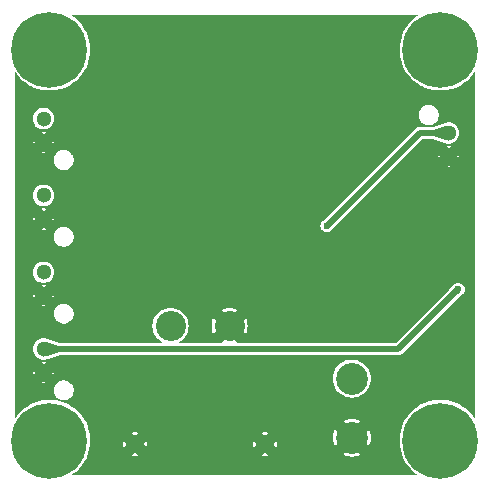
<source format=gbr>
%TF.GenerationSoftware,KiCad,Pcbnew,8.0.2*%
%TF.CreationDate,2024-05-06T11:08:47+09:00*%
%TF.ProjectId,5V-3A-BEC,35562d33-412d-4424-9543-2e6b69636164,0.1*%
%TF.SameCoordinates,Original*%
%TF.FileFunction,Copper,L6,Bot*%
%TF.FilePolarity,Positive*%
%FSLAX46Y46*%
G04 Gerber Fmt 4.6, Leading zero omitted, Abs format (unit mm)*
G04 Created by KiCad (PCBNEW 8.0.2) date 2024-05-06 11:08:47*
%MOMM*%
%LPD*%
G01*
G04 APERTURE LIST*
%TA.AperFunction,ComponentPad*%
%ADD10C,1.300000*%
%TD*%
%TA.AperFunction,ComponentPad*%
%ADD11C,0.800000*%
%TD*%
%TA.AperFunction,ComponentPad*%
%ADD12C,6.400000*%
%TD*%
%TA.AperFunction,ComponentPad*%
%ADD13C,2.550000*%
%TD*%
%TA.AperFunction,ComponentPad*%
%ADD14C,1.500000*%
%TD*%
%TA.AperFunction,ComponentPad*%
%ADD15C,2.700000*%
%TD*%
%TA.AperFunction,ViaPad*%
%ADD16C,0.600000*%
%TD*%
%TA.AperFunction,Conductor*%
%ADD17C,0.500000*%
%TD*%
G04 APERTURE END LIST*
D10*
%TO.P,J1,1,1*%
%TO.N,Net-(IC1-ENA)*%
X134700000Y-113500000D03*
%TO.P,J1,2,2*%
%TO.N,GND*%
X134700000Y-115500000D03*
%TD*%
%TO.P,J6,1,1*%
%TO.N,GND*%
X100400000Y-127300000D03*
%TO.P,J6,2,2*%
%TO.N,+5V*%
X100400000Y-125300000D03*
%TD*%
D11*
%TO.P,H4,1*%
%TO.N,N/C*%
X131600000Y-106450001D03*
X132302944Y-104752945D03*
X132302944Y-108147057D03*
X134000000Y-104050001D03*
D12*
X134000000Y-106450001D03*
D11*
X134000000Y-108850001D03*
X135697056Y-104752945D03*
X135697056Y-108147057D03*
X136400000Y-106450001D03*
%TD*%
D10*
%TO.P,J5,1,1*%
%TO.N,GND*%
X100400000Y-120800000D03*
%TO.P,J5,2,2*%
%TO.N,+5V*%
X100400000Y-118800000D03*
%TD*%
D11*
%TO.P,H1,1*%
%TO.N,N/C*%
X98500000Y-106450001D03*
X99202944Y-104752945D03*
X99202944Y-108147057D03*
X100900000Y-104050001D03*
D12*
X100900000Y-106450001D03*
D11*
X100900000Y-108850001D03*
X102597056Y-104752945D03*
X102597056Y-108147057D03*
X103300000Y-106450001D03*
%TD*%
D10*
%TO.P,J7,1,1*%
%TO.N,GND*%
X100400000Y-133800000D03*
%TO.P,J7,2,2*%
%TO.N,+5V*%
X100400000Y-131800000D03*
%TD*%
D13*
%TO.P,J2,1,1*%
%TO.N,GND*%
X116150000Y-129850000D03*
%TO.P,J2,2,2*%
%TO.N,+BATT*%
X111150000Y-129850000D03*
D14*
%TO.P,J2,3,3*%
%TO.N,GND*%
X108150000Y-139850000D03*
%TO.P,J2,4,4*%
X119150000Y-139850000D03*
%TD*%
D11*
%TO.P,H2,1*%
%TO.N,N/C*%
X98500000Y-139550001D03*
X99202944Y-137852945D03*
X99202944Y-141247057D03*
X100900000Y-137150001D03*
D12*
X100900000Y-139550001D03*
D11*
X100900000Y-141950001D03*
X102597056Y-137852945D03*
X102597056Y-141247057D03*
X103300000Y-139550001D03*
%TD*%
D15*
%TO.P,J3,1,1*%
%TO.N,GND*%
X126500000Y-139300000D03*
%TO.P,J3,2,2*%
%TO.N,+BATT*%
X126500000Y-134300000D03*
%TD*%
D10*
%TO.P,J4,1,1*%
%TO.N,GND*%
X100400000Y-114300000D03*
%TO.P,J4,2,2*%
%TO.N,+5V*%
X100400000Y-112300000D03*
%TD*%
D11*
%TO.P,H3,1*%
%TO.N,N/C*%
X131600000Y-139550001D03*
X132302944Y-137852945D03*
X132302944Y-141247057D03*
X134000000Y-137150001D03*
D12*
X134000000Y-139550001D03*
D11*
X134000000Y-141950001D03*
X135697056Y-137852945D03*
X135697056Y-141247057D03*
X136400000Y-139550001D03*
%TD*%
D16*
%TO.N,GND*%
X114400000Y-125800000D03*
X115600000Y-125800000D03*
X115600000Y-126800000D03*
X114400000Y-126800000D03*
%TO.N,+5V*%
X135500000Y-126750000D03*
%TO.N,Net-(IC1-ENA)*%
X124400000Y-121350000D03*
%TD*%
D17*
%TO.N,+5V*%
X135500000Y-126750000D02*
X130450000Y-131800000D01*
X130450000Y-131800000D02*
X100400000Y-131800000D01*
%TO.N,Net-(IC1-ENA)*%
X132250000Y-113500000D02*
X134700000Y-113500000D01*
X124400000Y-121350000D02*
X132250000Y-113500000D01*
%TD*%
%TA.AperFunction,Conductor*%
%TO.N,GND*%
G36*
X132060948Y-103514853D02*
G01*
X132075300Y-103549501D01*
X132060948Y-103584149D01*
X132055956Y-103588507D01*
X131760319Y-103813245D01*
X131760315Y-103813248D01*
X131760308Y-103813254D01*
X131488367Y-104070851D01*
X131488357Y-104070861D01*
X131245853Y-104356360D01*
X131035643Y-104666395D01*
X131035639Y-104666403D01*
X130860176Y-104997362D01*
X130860174Y-104997367D01*
X130721524Y-105345352D01*
X130721521Y-105345361D01*
X130621309Y-105706293D01*
X130560706Y-106075958D01*
X130560705Y-106075962D01*
X130540426Y-106449999D01*
X130540426Y-106450002D01*
X130560705Y-106824039D01*
X130560705Y-106824041D01*
X130560706Y-106824047D01*
X130609188Y-107119775D01*
X130621309Y-107193708D01*
X130721521Y-107554640D01*
X130721524Y-107554649D01*
X130860174Y-107902634D01*
X130860176Y-107902639D01*
X131035639Y-108233598D01*
X131035643Y-108233606D01*
X131245853Y-108543641D01*
X131488357Y-108829140D01*
X131488365Y-108829148D01*
X131760319Y-109086757D01*
X132058532Y-109313452D01*
X132058539Y-109313457D01*
X132240562Y-109422976D01*
X132379506Y-109506576D01*
X132506498Y-109565329D01*
X132719474Y-109663863D01*
X133074465Y-109783474D01*
X133074467Y-109783474D01*
X133366085Y-109847663D01*
X133440289Y-109863997D01*
X133440293Y-109863998D01*
X133440294Y-109863998D01*
X133440303Y-109864000D01*
X133812702Y-109904501D01*
X133812707Y-109904501D01*
X134187293Y-109904501D01*
X134187298Y-109904501D01*
X134559697Y-109864000D01*
X134925534Y-109783474D01*
X135280520Y-109663865D01*
X135280522Y-109663863D01*
X135280525Y-109663863D01*
X135366508Y-109624082D01*
X135620494Y-109506576D01*
X135941468Y-109313452D01*
X136239681Y-109086757D01*
X136511635Y-108829148D01*
X136754143Y-108543646D01*
X136859943Y-108387601D01*
X136891266Y-108366978D01*
X136927998Y-108374543D01*
X136948622Y-108405866D01*
X136949500Y-108415100D01*
X136949500Y-137584900D01*
X136935148Y-137619548D01*
X136900500Y-137633900D01*
X136865852Y-137619548D01*
X136859943Y-137612398D01*
X136754146Y-137456360D01*
X136511642Y-137170861D01*
X136511632Y-137170851D01*
X136239691Y-136913254D01*
X136239688Y-136913252D01*
X136239681Y-136913245D01*
X135941468Y-136686550D01*
X135941467Y-136686549D01*
X135941460Y-136686544D01*
X135620492Y-136493425D01*
X135280525Y-136336138D01*
X134925534Y-136216527D01*
X134925527Y-136216526D01*
X134559710Y-136136004D01*
X134559706Y-136136003D01*
X134559697Y-136136002D01*
X134187298Y-136095501D01*
X133812702Y-136095501D01*
X133502697Y-136129216D01*
X133440293Y-136136003D01*
X133440289Y-136136004D01*
X133074472Y-136216526D01*
X133074465Y-136216527D01*
X132719474Y-136336138D01*
X132379507Y-136493425D01*
X132058539Y-136686544D01*
X131904813Y-136803403D01*
X131760319Y-136913245D01*
X131760315Y-136913248D01*
X131760308Y-136913254D01*
X131488367Y-137170851D01*
X131488357Y-137170861D01*
X131245853Y-137456360D01*
X131035643Y-137766395D01*
X131035639Y-137766403D01*
X130860176Y-138097362D01*
X130860174Y-138097367D01*
X130721524Y-138445352D01*
X130721521Y-138445361D01*
X130621309Y-138806293D01*
X130610260Y-138873690D01*
X130566127Y-139142893D01*
X130560706Y-139175958D01*
X130560705Y-139175962D01*
X130540426Y-139549999D01*
X130540426Y-139550002D01*
X130560705Y-139924039D01*
X130560705Y-139924041D01*
X130560706Y-139924047D01*
X130589154Y-140097570D01*
X130621309Y-140293708D01*
X130721521Y-140654640D01*
X130721524Y-140654649D01*
X130860174Y-141002634D01*
X130860176Y-141002639D01*
X131035639Y-141333598D01*
X131035643Y-141333606D01*
X131245853Y-141643641D01*
X131488357Y-141929140D01*
X131488365Y-141929148D01*
X131760319Y-142186757D01*
X131970340Y-142346410D01*
X132055954Y-142411492D01*
X132074851Y-142443886D01*
X132065309Y-142480155D01*
X132032915Y-142499052D01*
X132026300Y-142499501D01*
X102873700Y-142499501D01*
X102839052Y-142485149D01*
X102824700Y-142450501D01*
X102839052Y-142415853D01*
X102844046Y-142411492D01*
X103139681Y-142186757D01*
X103411635Y-141929148D01*
X103654143Y-141643646D01*
X103864361Y-141333598D01*
X104039824Y-141002638D01*
X104114046Y-140816354D01*
X107890751Y-140816354D01*
X107890751Y-140816355D01*
X107953961Y-140835529D01*
X107953969Y-140835531D01*
X108150000Y-140854839D01*
X108346035Y-140835530D01*
X108346036Y-140835530D01*
X108409247Y-140816355D01*
X108409247Y-140816354D01*
X118890751Y-140816354D01*
X118890751Y-140816355D01*
X118953961Y-140835529D01*
X118953969Y-140835531D01*
X119150000Y-140854839D01*
X119346035Y-140835530D01*
X119346036Y-140835530D01*
X119409247Y-140816355D01*
X119409247Y-140816354D01*
X119150000Y-140557107D01*
X118890751Y-140816354D01*
X108409247Y-140816354D01*
X108150000Y-140557107D01*
X107890751Y-140816354D01*
X104114046Y-140816354D01*
X104178476Y-140654648D01*
X104278691Y-140293707D01*
X104339294Y-139924047D01*
X104343309Y-139849999D01*
X107145161Y-139849999D01*
X107145161Y-139850000D01*
X107164469Y-140046034D01*
X107164470Y-140046039D01*
X107183643Y-140109247D01*
X107183644Y-140109247D01*
X107442893Y-139850000D01*
X107377067Y-139784174D01*
X107650000Y-139784174D01*
X107650000Y-139915826D01*
X107684075Y-140042993D01*
X107749901Y-140157007D01*
X107842993Y-140250099D01*
X107957007Y-140315925D01*
X108084174Y-140350000D01*
X108215826Y-140350000D01*
X108342993Y-140315925D01*
X108457007Y-140250099D01*
X108550099Y-140157007D01*
X108615925Y-140042993D01*
X108650000Y-139915826D01*
X108650000Y-139849999D01*
X108857107Y-139849999D01*
X108857107Y-139850000D01*
X109116354Y-140109247D01*
X109116355Y-140109247D01*
X109135530Y-140046036D01*
X109135530Y-140046035D01*
X109154839Y-139850000D01*
X109154839Y-139849999D01*
X118145161Y-139849999D01*
X118145161Y-139850000D01*
X118164469Y-140046034D01*
X118164470Y-140046039D01*
X118183643Y-140109247D01*
X118183644Y-140109247D01*
X118442893Y-139850000D01*
X118377067Y-139784174D01*
X118650000Y-139784174D01*
X118650000Y-139915826D01*
X118684075Y-140042993D01*
X118749901Y-140157007D01*
X118842993Y-140250099D01*
X118957007Y-140315925D01*
X119084174Y-140350000D01*
X119215826Y-140350000D01*
X119342993Y-140315925D01*
X119457007Y-140250099D01*
X119550099Y-140157007D01*
X119615925Y-140042993D01*
X119650000Y-139915826D01*
X119650000Y-139849999D01*
X119857107Y-139849999D01*
X119857107Y-139850000D01*
X120116354Y-140109247D01*
X120116355Y-140109247D01*
X120135530Y-140046036D01*
X120135530Y-140046035D01*
X120154839Y-139850000D01*
X120154839Y-139849999D01*
X120135531Y-139653969D01*
X120135529Y-139653961D01*
X120116354Y-139590751D01*
X119857107Y-139849999D01*
X119650000Y-139849999D01*
X119650000Y-139784174D01*
X119615925Y-139657007D01*
X119550099Y-139542993D01*
X119457007Y-139449901D01*
X119342993Y-139384075D01*
X119215826Y-139350000D01*
X119084174Y-139350000D01*
X118957007Y-139384075D01*
X118842993Y-139449901D01*
X118749901Y-139542993D01*
X118684075Y-139657007D01*
X118650000Y-139784174D01*
X118377067Y-139784174D01*
X118183643Y-139590750D01*
X118164470Y-139653960D01*
X118164469Y-139653965D01*
X118145161Y-139849999D01*
X109154839Y-139849999D01*
X109135531Y-139653969D01*
X109135529Y-139653961D01*
X109116354Y-139590751D01*
X108857107Y-139849999D01*
X108650000Y-139849999D01*
X108650000Y-139784174D01*
X108615925Y-139657007D01*
X108550099Y-139542993D01*
X108457007Y-139449901D01*
X108342993Y-139384075D01*
X108215826Y-139350000D01*
X108084174Y-139350000D01*
X107957007Y-139384075D01*
X107842993Y-139449901D01*
X107749901Y-139542993D01*
X107684075Y-139657007D01*
X107650000Y-139784174D01*
X107377067Y-139784174D01*
X107183643Y-139590750D01*
X107164470Y-139653960D01*
X107164469Y-139653965D01*
X107145161Y-139849999D01*
X104343309Y-139849999D01*
X104359574Y-139550001D01*
X104346019Y-139300000D01*
X124895052Y-139300000D01*
X124914812Y-139551072D01*
X124973603Y-139795956D01*
X125068304Y-140024586D01*
X125068305Y-140024586D01*
X125617296Y-139475596D01*
X125634586Y-139562520D01*
X125702430Y-139726310D01*
X125800924Y-139873717D01*
X125926283Y-139999076D01*
X126073690Y-140097570D01*
X126237480Y-140165414D01*
X126324402Y-140182703D01*
X125775412Y-140731693D01*
X125775412Y-140731694D01*
X126004043Y-140826396D01*
X126248927Y-140885187D01*
X126500000Y-140904947D01*
X126751072Y-140885187D01*
X126995954Y-140826396D01*
X127224586Y-140731693D01*
X126675596Y-140182703D01*
X126762520Y-140165414D01*
X126926310Y-140097570D01*
X127073717Y-139999076D01*
X127199076Y-139873717D01*
X127297570Y-139726310D01*
X127365414Y-139562520D01*
X127382703Y-139475596D01*
X127931693Y-140024586D01*
X128026396Y-139795954D01*
X128085187Y-139551072D01*
X128104947Y-139300000D01*
X128085187Y-139048927D01*
X128026396Y-138804043D01*
X127931694Y-138575412D01*
X127931693Y-138575412D01*
X127382703Y-139124402D01*
X127365414Y-139037480D01*
X127297570Y-138873690D01*
X127199076Y-138726283D01*
X127073717Y-138600924D01*
X126926310Y-138502430D01*
X126762520Y-138434586D01*
X126675595Y-138417295D01*
X127224586Y-137868305D01*
X127224586Y-137868304D01*
X126995956Y-137773603D01*
X126751072Y-137714812D01*
X126500000Y-137695052D01*
X126248927Y-137714812D01*
X126004043Y-137773603D01*
X125775412Y-137868304D01*
X125775412Y-137868305D01*
X126324403Y-138417296D01*
X126237480Y-138434586D01*
X126073690Y-138502430D01*
X125926283Y-138600924D01*
X125800924Y-138726283D01*
X125702430Y-138873690D01*
X125634586Y-139037480D01*
X125617296Y-139124403D01*
X125068305Y-138575412D01*
X125068304Y-138575412D01*
X124973603Y-138804043D01*
X124914812Y-139048927D01*
X124895052Y-139300000D01*
X104346019Y-139300000D01*
X104339294Y-139175955D01*
X104291372Y-138883643D01*
X107890750Y-138883643D01*
X108150000Y-139142893D01*
X108150001Y-139142893D01*
X108409247Y-138883644D01*
X108409247Y-138883643D01*
X118890750Y-138883643D01*
X119150000Y-139142893D01*
X119150001Y-139142893D01*
X119409247Y-138883644D01*
X119409247Y-138883643D01*
X119346039Y-138864470D01*
X119346034Y-138864469D01*
X119150000Y-138845161D01*
X118953965Y-138864469D01*
X118953960Y-138864470D01*
X118890750Y-138883643D01*
X108409247Y-138883643D01*
X108346039Y-138864470D01*
X108346034Y-138864469D01*
X108150000Y-138845161D01*
X107953965Y-138864469D01*
X107953960Y-138864470D01*
X107890750Y-138883643D01*
X104291372Y-138883643D01*
X104278691Y-138806295D01*
X104178476Y-138445354D01*
X104039824Y-138097364D01*
X103864361Y-137766404D01*
X103864359Y-137766401D01*
X103864356Y-137766395D01*
X103654146Y-137456360D01*
X103411642Y-137170861D01*
X103411632Y-137170851D01*
X103139691Y-136913254D01*
X103139688Y-136913252D01*
X103139681Y-136913245D01*
X102841468Y-136686550D01*
X102841467Y-136686549D01*
X102841460Y-136686544D01*
X102520492Y-136493425D01*
X102180525Y-136336138D01*
X101825534Y-136216527D01*
X101825527Y-136216526D01*
X101459710Y-136136004D01*
X101459706Y-136136003D01*
X101459697Y-136136002D01*
X101087298Y-136095501D01*
X100712702Y-136095501D01*
X100402697Y-136129216D01*
X100340293Y-136136003D01*
X100340289Y-136136004D01*
X99974472Y-136216526D01*
X99974465Y-136216527D01*
X99619474Y-136336138D01*
X99279507Y-136493425D01*
X98958539Y-136686544D01*
X98804813Y-136803403D01*
X98660319Y-136913245D01*
X98660315Y-136913248D01*
X98660308Y-136913254D01*
X98388367Y-137170851D01*
X98388357Y-137170861D01*
X98145853Y-137456360D01*
X98040057Y-137612398D01*
X98008734Y-137633022D01*
X97972002Y-137625457D01*
X97951378Y-137594134D01*
X97950500Y-137584900D01*
X97950500Y-135216233D01*
X101249500Y-135216233D01*
X101249500Y-135383767D01*
X101260300Y-135438061D01*
X101282183Y-135548079D01*
X101282185Y-135548085D01*
X101346296Y-135702862D01*
X101439371Y-135842159D01*
X101557840Y-135960628D01*
X101697137Y-136053703D01*
X101851918Y-136117816D01*
X102016233Y-136150500D01*
X102016236Y-136150500D01*
X102183764Y-136150500D01*
X102183767Y-136150500D01*
X102348082Y-136117816D01*
X102502863Y-136053703D01*
X102642162Y-135960626D01*
X102760626Y-135842162D01*
X102853703Y-135702863D01*
X102917816Y-135548082D01*
X102950500Y-135383767D01*
X102950500Y-135216233D01*
X102917816Y-135051918D01*
X102853703Y-134897137D01*
X102787027Y-134797349D01*
X102760628Y-134757840D01*
X102642159Y-134639371D01*
X102502862Y-134546296D01*
X102348085Y-134482185D01*
X102348079Y-134482183D01*
X102281816Y-134469002D01*
X102183767Y-134449500D01*
X102016233Y-134449500D01*
X101934451Y-134465767D01*
X101851920Y-134482183D01*
X101851914Y-134482185D01*
X101697137Y-134546296D01*
X101557840Y-134639371D01*
X101439371Y-134757840D01*
X101346296Y-134897137D01*
X101282185Y-135051914D01*
X101282183Y-135051920D01*
X101265767Y-135134451D01*
X101249500Y-135216233D01*
X97950500Y-135216233D01*
X97950500Y-134682767D01*
X100224337Y-134682767D01*
X100224337Y-134682768D01*
X100305406Y-134700000D01*
X100494594Y-134700000D01*
X100575661Y-134682768D01*
X100575661Y-134682767D01*
X100400000Y-134507107D01*
X100224337Y-134682767D01*
X97950500Y-134682767D01*
X97950500Y-134300000D01*
X124890539Y-134300000D01*
X124910354Y-134551777D01*
X124969311Y-134797349D01*
X125065961Y-135030683D01*
X125065963Y-135030686D01*
X125197915Y-135246011D01*
X125197919Y-135246017D01*
X125361938Y-135438061D01*
X125490754Y-135548079D01*
X125553983Y-135602081D01*
X125553988Y-135602084D01*
X125769313Y-135734036D01*
X125769316Y-135734038D01*
X125769318Y-135734038D01*
X125769320Y-135734040D01*
X126002649Y-135830688D01*
X126248225Y-135889646D01*
X126500000Y-135909461D01*
X126751775Y-135889646D01*
X126997351Y-135830688D01*
X127230680Y-135734040D01*
X127446017Y-135602081D01*
X127638061Y-135438061D01*
X127802081Y-135246017D01*
X127934040Y-135030680D01*
X128030688Y-134797351D01*
X128089646Y-134551775D01*
X128109461Y-134300000D01*
X128089646Y-134048225D01*
X128030688Y-133802649D01*
X127934040Y-133569320D01*
X127924893Y-133554394D01*
X127802084Y-133353988D01*
X127802080Y-133353982D01*
X127638061Y-133161938D01*
X127446017Y-132997919D01*
X127446011Y-132997915D01*
X127230686Y-132865963D01*
X127230683Y-132865961D01*
X126997349Y-132769311D01*
X126751777Y-132710354D01*
X126500000Y-132690539D01*
X126248222Y-132710354D01*
X126002650Y-132769311D01*
X125769316Y-132865961D01*
X125769313Y-132865963D01*
X125553988Y-132997915D01*
X125553982Y-132997919D01*
X125361938Y-133161938D01*
X125197919Y-133353982D01*
X125197915Y-133353988D01*
X125065963Y-133569313D01*
X125065961Y-133569316D01*
X124969311Y-133802650D01*
X124910354Y-134048222D01*
X124890539Y-134300000D01*
X97950500Y-134300000D01*
X97950500Y-133799999D01*
X99495043Y-133799999D01*
X99513859Y-133979033D01*
X99692893Y-133800000D01*
X99692893Y-133799999D01*
X99640233Y-133747339D01*
X100000000Y-133747339D01*
X100000000Y-133852661D01*
X100027259Y-133954394D01*
X100079920Y-134045606D01*
X100154394Y-134120080D01*
X100245606Y-134172741D01*
X100347339Y-134200000D01*
X100452661Y-134200000D01*
X100554394Y-134172741D01*
X100645606Y-134120080D01*
X100720080Y-134045606D01*
X100772741Y-133954394D01*
X100800000Y-133852661D01*
X100800000Y-133799999D01*
X101107107Y-133799999D01*
X101107107Y-133800001D01*
X101286139Y-133979033D01*
X101304956Y-133799999D01*
X101286139Y-133620965D01*
X101107107Y-133799999D01*
X100800000Y-133799999D01*
X100800000Y-133747339D01*
X100772741Y-133645606D01*
X100720080Y-133554394D01*
X100645606Y-133479920D01*
X100554394Y-133427259D01*
X100452661Y-133400000D01*
X100347339Y-133400000D01*
X100245606Y-133427259D01*
X100154394Y-133479920D01*
X100079920Y-133554394D01*
X100027259Y-133645606D01*
X100000000Y-133747339D01*
X99640233Y-133747339D01*
X99513859Y-133620965D01*
X99495043Y-133799999D01*
X97950500Y-133799999D01*
X97950500Y-132917231D01*
X100224337Y-132917231D01*
X100400000Y-133092893D01*
X100400001Y-133092893D01*
X100575661Y-132917231D01*
X100494594Y-132900000D01*
X100305406Y-132900000D01*
X100224338Y-132917231D01*
X100224337Y-132917231D01*
X97950500Y-132917231D01*
X97950500Y-131800000D01*
X99490518Y-131800000D01*
X99510392Y-131989092D01*
X99569147Y-132169920D01*
X99664214Y-132334580D01*
X99791438Y-132475877D01*
X99945259Y-132587635D01*
X100118955Y-132664969D01*
X100304933Y-132704500D01*
X100495067Y-132704500D01*
X100681045Y-132664969D01*
X100718717Y-132648195D01*
X100732517Y-132644344D01*
X100741151Y-132643255D01*
X101749572Y-132307016D01*
X101765071Y-132304500D01*
X130516421Y-132304500D01*
X130580574Y-132287309D01*
X130644730Y-132270119D01*
X130686837Y-132245808D01*
X130759770Y-132203701D01*
X135407633Y-127555835D01*
X135418527Y-127547627D01*
X135428353Y-127542185D01*
X135870079Y-127168417D01*
X135877858Y-127161563D01*
X135878546Y-127160932D01*
X135879404Y-127160112D01*
X135887961Y-127151947D01*
X135888061Y-127152052D01*
X135892796Y-127147528D01*
X135895474Y-127145474D01*
X135984355Y-127029643D01*
X136040228Y-126894754D01*
X136059285Y-126750000D01*
X136040228Y-126605246D01*
X135984355Y-126470358D01*
X135895474Y-126354526D01*
X135779643Y-126265645D01*
X135779638Y-126265642D01*
X135644753Y-126209771D01*
X135500000Y-126190715D01*
X135355247Y-126209771D01*
X135220361Y-126265643D01*
X135104526Y-126354525D01*
X135094121Y-126368084D01*
X135085769Y-126376587D01*
X135081582Y-126379919D01*
X135081578Y-126379923D01*
X134707811Y-126821648D01*
X134707809Y-126821651D01*
X134701195Y-126833027D01*
X134693484Y-126843044D01*
X130255381Y-131281148D01*
X130220733Y-131295500D01*
X116862726Y-131295500D01*
X116828078Y-131281148D01*
X116813726Y-131246500D01*
X116814668Y-131236940D01*
X116817184Y-131224291D01*
X116283075Y-130690182D01*
X116397936Y-130667335D01*
X116552626Y-130603260D01*
X116691844Y-130510238D01*
X116810238Y-130391844D01*
X116903260Y-130252626D01*
X116967335Y-130097936D01*
X116990182Y-129983075D01*
X117524290Y-130517183D01*
X117604846Y-130322706D01*
X117660882Y-130089302D01*
X117679715Y-129850000D01*
X117660882Y-129610697D01*
X117604846Y-129377293D01*
X117524290Y-129182815D01*
X116990182Y-129716923D01*
X116967335Y-129602064D01*
X116903260Y-129447374D01*
X116810238Y-129308156D01*
X116691844Y-129189762D01*
X116552626Y-129096740D01*
X116397936Y-129032665D01*
X116283073Y-129009817D01*
X116817183Y-128475708D01*
X116817183Y-128475707D01*
X116622708Y-128395153D01*
X116389302Y-128339117D01*
X116150000Y-128320284D01*
X115910697Y-128339117D01*
X115677291Y-128395153D01*
X115482815Y-128475707D01*
X115482815Y-128475708D01*
X116016924Y-129009817D01*
X115902064Y-129032665D01*
X115747374Y-129096740D01*
X115608156Y-129189762D01*
X115489762Y-129308156D01*
X115396740Y-129447374D01*
X115332665Y-129602064D01*
X115309817Y-129716924D01*
X114775708Y-129182815D01*
X114775707Y-129182815D01*
X114695153Y-129377291D01*
X114639117Y-129610697D01*
X114620284Y-129850000D01*
X114639117Y-130089302D01*
X114695153Y-130322708D01*
X114775707Y-130517183D01*
X114775708Y-130517183D01*
X115309817Y-129983074D01*
X115332665Y-130097936D01*
X115396740Y-130252626D01*
X115489762Y-130391844D01*
X115608156Y-130510238D01*
X115747374Y-130603260D01*
X115902064Y-130667335D01*
X116016924Y-130690182D01*
X115482814Y-131224291D01*
X115485331Y-131236940D01*
X115478015Y-131273723D01*
X115446833Y-131294558D01*
X115437273Y-131295500D01*
X111892181Y-131295500D01*
X111857533Y-131281148D01*
X111843181Y-131246500D01*
X111857533Y-131211852D01*
X111866579Y-131204721D01*
X111998095Y-131124127D01*
X112051798Y-131091218D01*
X112234864Y-130934864D01*
X112391218Y-130751798D01*
X112517009Y-130546526D01*
X112609139Y-130324103D01*
X112665341Y-130090006D01*
X112684230Y-129850000D01*
X112665341Y-129609994D01*
X112609139Y-129375897D01*
X112595164Y-129342159D01*
X112517009Y-129153475D01*
X112517005Y-129153467D01*
X112391221Y-128948207D01*
X112391217Y-128948201D01*
X112234864Y-128765135D01*
X112051798Y-128608782D01*
X112051792Y-128608778D01*
X111846532Y-128482994D01*
X111846524Y-128482990D01*
X111624103Y-128390860D01*
X111390008Y-128334659D01*
X111150000Y-128315770D01*
X110909991Y-128334659D01*
X110675896Y-128390860D01*
X110453475Y-128482990D01*
X110453467Y-128482994D01*
X110248207Y-128608778D01*
X110248201Y-128608782D01*
X110065135Y-128765135D01*
X109908782Y-128948201D01*
X109908778Y-128948207D01*
X109782994Y-129153467D01*
X109782990Y-129153475D01*
X109690860Y-129375896D01*
X109634659Y-129609991D01*
X109615770Y-129850000D01*
X109634659Y-130090008D01*
X109690860Y-130324103D01*
X109782990Y-130546524D01*
X109782994Y-130546532D01*
X109908778Y-130751792D01*
X109908782Y-130751798D01*
X110065135Y-130934864D01*
X110221489Y-131068402D01*
X110248202Y-131091218D01*
X110248207Y-131091221D01*
X110433421Y-131204721D01*
X110455465Y-131235061D01*
X110449598Y-131272102D01*
X110419258Y-131294146D01*
X110407819Y-131295500D01*
X101765072Y-131295500D01*
X101749573Y-131292984D01*
X100741156Y-130956745D01*
X100741151Y-130956744D01*
X100741150Y-130956744D01*
X100731075Y-130955287D01*
X100718163Y-130951556D01*
X100681045Y-130935031D01*
X100681047Y-130935031D01*
X100495067Y-130895500D01*
X100304933Y-130895500D01*
X100118961Y-130935029D01*
X100118952Y-130935032D01*
X100070184Y-130956745D01*
X99945259Y-131012365D01*
X99791438Y-131124123D01*
X99791437Y-131124124D01*
X99791433Y-131124127D01*
X99664217Y-131265416D01*
X99664211Y-131265424D01*
X99569149Y-131430076D01*
X99569147Y-131430079D01*
X99569147Y-131430080D01*
X99510392Y-131610908D01*
X99490518Y-131800000D01*
X97950500Y-131800000D01*
X97950500Y-128716233D01*
X101249500Y-128716233D01*
X101249500Y-128883767D01*
X101262317Y-128948201D01*
X101282183Y-129048079D01*
X101282185Y-129048085D01*
X101346296Y-129202862D01*
X101439371Y-129342159D01*
X101557840Y-129460628D01*
X101697137Y-129553703D01*
X101851918Y-129617816D01*
X102016233Y-129650500D01*
X102016236Y-129650500D01*
X102183764Y-129650500D01*
X102183767Y-129650500D01*
X102348082Y-129617816D01*
X102502863Y-129553703D01*
X102642162Y-129460626D01*
X102760626Y-129342162D01*
X102853703Y-129202863D01*
X102917816Y-129048082D01*
X102950500Y-128883767D01*
X102950500Y-128716233D01*
X102917816Y-128551918D01*
X102853703Y-128397137D01*
X102852377Y-128395153D01*
X102760628Y-128257840D01*
X102642159Y-128139371D01*
X102502862Y-128046296D01*
X102348085Y-127982185D01*
X102348079Y-127982183D01*
X102281816Y-127969002D01*
X102183767Y-127949500D01*
X102016233Y-127949500D01*
X101934451Y-127965767D01*
X101851920Y-127982183D01*
X101851914Y-127982185D01*
X101697137Y-128046296D01*
X101557840Y-128139371D01*
X101439371Y-128257840D01*
X101346296Y-128397137D01*
X101282185Y-128551914D01*
X101282183Y-128551920D01*
X101270874Y-128608778D01*
X101249500Y-128716233D01*
X97950500Y-128716233D01*
X97950500Y-128182767D01*
X100224337Y-128182767D01*
X100224337Y-128182768D01*
X100305406Y-128200000D01*
X100494594Y-128200000D01*
X100575661Y-128182768D01*
X100575661Y-128182767D01*
X100400000Y-128007107D01*
X100224337Y-128182767D01*
X97950500Y-128182767D01*
X97950500Y-127299999D01*
X99495043Y-127299999D01*
X99513859Y-127479033D01*
X99692893Y-127300000D01*
X99692893Y-127299999D01*
X99640233Y-127247339D01*
X100000000Y-127247339D01*
X100000000Y-127352661D01*
X100027259Y-127454394D01*
X100079920Y-127545606D01*
X100154394Y-127620080D01*
X100245606Y-127672741D01*
X100347339Y-127700000D01*
X100452661Y-127700000D01*
X100554394Y-127672741D01*
X100645606Y-127620080D01*
X100720080Y-127545606D01*
X100772741Y-127454394D01*
X100800000Y-127352661D01*
X100800000Y-127299999D01*
X101107107Y-127299999D01*
X101107107Y-127300001D01*
X101286139Y-127479033D01*
X101304956Y-127299999D01*
X101286139Y-127120965D01*
X101107107Y-127299999D01*
X100800000Y-127299999D01*
X100800000Y-127247339D01*
X100772741Y-127145606D01*
X100720080Y-127054394D01*
X100645606Y-126979920D01*
X100554394Y-126927259D01*
X100452661Y-126900000D01*
X100347339Y-126900000D01*
X100245606Y-126927259D01*
X100154394Y-126979920D01*
X100079920Y-127054394D01*
X100027259Y-127145606D01*
X100000000Y-127247339D01*
X99640233Y-127247339D01*
X99513859Y-127120965D01*
X99495043Y-127299999D01*
X97950500Y-127299999D01*
X97950500Y-126417231D01*
X100224337Y-126417231D01*
X100400000Y-126592893D01*
X100400001Y-126592893D01*
X100575661Y-126417231D01*
X100494594Y-126400000D01*
X100305406Y-126400000D01*
X100224338Y-126417231D01*
X100224337Y-126417231D01*
X97950500Y-126417231D01*
X97950500Y-125300000D01*
X99490518Y-125300000D01*
X99510392Y-125489092D01*
X99569147Y-125669920D01*
X99664214Y-125834580D01*
X99791438Y-125975877D01*
X99945259Y-126087635D01*
X100118955Y-126164969D01*
X100304933Y-126204500D01*
X100495067Y-126204500D01*
X100681045Y-126164969D01*
X100854741Y-126087635D01*
X101008562Y-125975877D01*
X101135786Y-125834580D01*
X101230853Y-125669920D01*
X101289608Y-125489092D01*
X101309482Y-125300000D01*
X101289608Y-125110908D01*
X101230853Y-124930080D01*
X101135786Y-124765420D01*
X101008562Y-124624123D01*
X100854741Y-124512365D01*
X100681045Y-124435031D01*
X100681042Y-124435030D01*
X100681038Y-124435029D01*
X100495067Y-124395500D01*
X100304933Y-124395500D01*
X100118961Y-124435029D01*
X100118952Y-124435032D01*
X99945259Y-124512365D01*
X99791438Y-124624123D01*
X99791437Y-124624124D01*
X99791433Y-124624127D01*
X99664217Y-124765416D01*
X99664211Y-124765424D01*
X99569149Y-124930076D01*
X99569147Y-124930079D01*
X99569147Y-124930080D01*
X99510392Y-125110908D01*
X99490518Y-125300000D01*
X97950500Y-125300000D01*
X97950500Y-122216233D01*
X101249500Y-122216233D01*
X101249500Y-122383767D01*
X101271189Y-122492809D01*
X101282183Y-122548079D01*
X101282185Y-122548085D01*
X101346296Y-122702862D01*
X101439371Y-122842159D01*
X101557840Y-122960628D01*
X101697137Y-123053703D01*
X101851918Y-123117816D01*
X102016233Y-123150500D01*
X102016236Y-123150500D01*
X102183764Y-123150500D01*
X102183767Y-123150500D01*
X102348082Y-123117816D01*
X102502863Y-123053703D01*
X102642162Y-122960626D01*
X102760626Y-122842162D01*
X102853703Y-122702863D01*
X102917816Y-122548082D01*
X102950500Y-122383767D01*
X102950500Y-122216233D01*
X102917816Y-122051918D01*
X102853703Y-121897137D01*
X102811755Y-121834357D01*
X102760628Y-121757840D01*
X102642159Y-121639371D01*
X102502862Y-121546296D01*
X102348085Y-121482185D01*
X102348079Y-121482183D01*
X102281816Y-121469002D01*
X102183767Y-121449500D01*
X102016233Y-121449500D01*
X101934451Y-121465767D01*
X101851920Y-121482183D01*
X101851914Y-121482185D01*
X101697137Y-121546296D01*
X101557840Y-121639371D01*
X101439371Y-121757840D01*
X101346296Y-121897137D01*
X101282185Y-122051914D01*
X101282183Y-122051920D01*
X101265767Y-122134451D01*
X101249500Y-122216233D01*
X97950500Y-122216233D01*
X97950500Y-121682767D01*
X100224337Y-121682767D01*
X100224337Y-121682768D01*
X100305406Y-121700000D01*
X100494594Y-121700000D01*
X100575661Y-121682768D01*
X100575661Y-121682767D01*
X100400000Y-121507107D01*
X100224337Y-121682767D01*
X97950500Y-121682767D01*
X97950500Y-121350000D01*
X123840715Y-121350000D01*
X123859771Y-121494753D01*
X123915642Y-121629638D01*
X123915645Y-121629643D01*
X123985039Y-121720079D01*
X124004526Y-121745474D01*
X124120357Y-121834355D01*
X124120359Y-121834355D01*
X124120361Y-121834357D01*
X124255246Y-121890228D01*
X124400000Y-121909285D01*
X124544754Y-121890228D01*
X124679643Y-121834355D01*
X124795474Y-121745474D01*
X124805882Y-121731908D01*
X124814242Y-121723400D01*
X124818417Y-121720079D01*
X125192185Y-121278353D01*
X125198800Y-121266974D01*
X125206506Y-121256963D01*
X130080703Y-116382767D01*
X134524337Y-116382767D01*
X134524337Y-116382768D01*
X134605406Y-116400000D01*
X134794594Y-116400000D01*
X134875661Y-116382768D01*
X134875661Y-116382767D01*
X134700000Y-116207107D01*
X134524337Y-116382767D01*
X130080703Y-116382767D01*
X130963471Y-115499999D01*
X133795043Y-115499999D01*
X133813859Y-115679033D01*
X133992893Y-115500000D01*
X133992893Y-115499999D01*
X133940233Y-115447339D01*
X134300000Y-115447339D01*
X134300000Y-115552661D01*
X134327259Y-115654394D01*
X134379920Y-115745606D01*
X134454394Y-115820080D01*
X134545606Y-115872741D01*
X134647339Y-115900000D01*
X134752661Y-115900000D01*
X134854394Y-115872741D01*
X134945606Y-115820080D01*
X135020080Y-115745606D01*
X135072741Y-115654394D01*
X135100000Y-115552661D01*
X135100000Y-115499999D01*
X135407107Y-115499999D01*
X135407107Y-115500000D01*
X135586139Y-115679033D01*
X135604956Y-115499999D01*
X135586139Y-115320965D01*
X135407107Y-115499999D01*
X135100000Y-115499999D01*
X135100000Y-115447339D01*
X135072741Y-115345606D01*
X135020080Y-115254394D01*
X134945606Y-115179920D01*
X134854394Y-115127259D01*
X134752661Y-115100000D01*
X134647339Y-115100000D01*
X134545606Y-115127259D01*
X134454394Y-115179920D01*
X134379920Y-115254394D01*
X134327259Y-115345606D01*
X134300000Y-115447339D01*
X133940233Y-115447339D01*
X133813859Y-115320965D01*
X133795043Y-115499999D01*
X130963471Y-115499999D01*
X131846239Y-114617231D01*
X134524337Y-114617231D01*
X134700000Y-114792893D01*
X134700001Y-114792893D01*
X134875661Y-114617231D01*
X134794594Y-114600000D01*
X134605406Y-114600000D01*
X134524338Y-114617231D01*
X134524337Y-114617231D01*
X131846239Y-114617231D01*
X132444618Y-114018852D01*
X132479266Y-114004500D01*
X133334929Y-114004500D01*
X133350427Y-114007015D01*
X134358848Y-114343255D01*
X134368919Y-114344711D01*
X134381833Y-114348441D01*
X134418955Y-114364969D01*
X134604933Y-114404500D01*
X134795067Y-114404500D01*
X134981045Y-114364969D01*
X135154741Y-114287635D01*
X135308562Y-114175877D01*
X135435786Y-114034580D01*
X135530853Y-113869920D01*
X135589608Y-113689092D01*
X135609482Y-113500000D01*
X135589608Y-113310908D01*
X135530853Y-113130080D01*
X135435786Y-112965420D01*
X135332312Y-112850500D01*
X135308566Y-112824127D01*
X135308564Y-112824126D01*
X135308562Y-112824123D01*
X135154741Y-112712365D01*
X134981045Y-112635031D01*
X134981042Y-112635030D01*
X134981038Y-112635029D01*
X134795067Y-112595500D01*
X134604933Y-112595500D01*
X134418953Y-112635031D01*
X134381281Y-112651803D01*
X134367490Y-112655653D01*
X134358853Y-112656743D01*
X134358846Y-112656744D01*
X133350424Y-112992984D01*
X133334925Y-112995500D01*
X132183578Y-112995500D01*
X132056871Y-113029451D01*
X132056867Y-113029453D01*
X132055270Y-113029881D01*
X132055268Y-113029882D01*
X132055263Y-113029884D01*
X131940229Y-113096300D01*
X131940228Y-113096301D01*
X124492368Y-120544159D01*
X124481469Y-120552371D01*
X124471649Y-120557811D01*
X124471644Y-120557815D01*
X124029909Y-120931591D01*
X124021891Y-120938663D01*
X124021260Y-120939243D01*
X124012049Y-120948045D01*
X124011948Y-120947939D01*
X124007202Y-120952472D01*
X124004525Y-120954526D01*
X123915643Y-121070361D01*
X123859771Y-121205247D01*
X123840715Y-121350000D01*
X97950500Y-121350000D01*
X97950500Y-120799999D01*
X99495043Y-120799999D01*
X99513859Y-120979033D01*
X99692893Y-120800000D01*
X99692893Y-120799999D01*
X99640233Y-120747339D01*
X100000000Y-120747339D01*
X100000000Y-120852661D01*
X100027259Y-120954394D01*
X100079920Y-121045606D01*
X100154394Y-121120080D01*
X100245606Y-121172741D01*
X100347339Y-121200000D01*
X100452661Y-121200000D01*
X100554394Y-121172741D01*
X100645606Y-121120080D01*
X100720080Y-121045606D01*
X100772741Y-120954394D01*
X100800000Y-120852661D01*
X100800000Y-120799999D01*
X101107107Y-120799999D01*
X101107107Y-120800001D01*
X101286139Y-120979033D01*
X101304956Y-120799999D01*
X101286139Y-120620965D01*
X101107107Y-120799999D01*
X100800000Y-120799999D01*
X100800000Y-120747339D01*
X100772741Y-120645606D01*
X100720080Y-120554394D01*
X100645606Y-120479920D01*
X100554394Y-120427259D01*
X100452661Y-120400000D01*
X100347339Y-120400000D01*
X100245606Y-120427259D01*
X100154394Y-120479920D01*
X100079920Y-120554394D01*
X100027259Y-120645606D01*
X100000000Y-120747339D01*
X99640233Y-120747339D01*
X99513859Y-120620965D01*
X99495043Y-120799999D01*
X97950500Y-120799999D01*
X97950500Y-119917231D01*
X100224337Y-119917231D01*
X100400000Y-120092893D01*
X100400001Y-120092893D01*
X100575661Y-119917231D01*
X100494594Y-119900000D01*
X100305406Y-119900000D01*
X100224338Y-119917231D01*
X100224337Y-119917231D01*
X97950500Y-119917231D01*
X97950500Y-118800000D01*
X99490518Y-118800000D01*
X99510392Y-118989092D01*
X99569147Y-119169920D01*
X99664214Y-119334580D01*
X99791438Y-119475877D01*
X99945259Y-119587635D01*
X100118955Y-119664969D01*
X100304933Y-119704500D01*
X100495067Y-119704500D01*
X100681045Y-119664969D01*
X100854741Y-119587635D01*
X101008562Y-119475877D01*
X101135786Y-119334580D01*
X101230853Y-119169920D01*
X101289608Y-118989092D01*
X101309482Y-118800000D01*
X101289608Y-118610908D01*
X101230853Y-118430080D01*
X101135786Y-118265420D01*
X101008562Y-118124123D01*
X100854741Y-118012365D01*
X100681045Y-117935031D01*
X100681042Y-117935030D01*
X100681038Y-117935029D01*
X100495067Y-117895500D01*
X100304933Y-117895500D01*
X100118961Y-117935029D01*
X100118952Y-117935032D01*
X99945259Y-118012365D01*
X99791438Y-118124123D01*
X99791437Y-118124124D01*
X99791433Y-118124127D01*
X99664217Y-118265416D01*
X99664211Y-118265424D01*
X99569149Y-118430076D01*
X99569147Y-118430079D01*
X99569147Y-118430080D01*
X99510392Y-118610908D01*
X99490518Y-118800000D01*
X97950500Y-118800000D01*
X97950500Y-115716233D01*
X101249500Y-115716233D01*
X101249500Y-115883767D01*
X101271189Y-115992809D01*
X101282183Y-116048079D01*
X101282185Y-116048085D01*
X101346296Y-116202862D01*
X101439371Y-116342159D01*
X101557840Y-116460628D01*
X101697137Y-116553703D01*
X101851918Y-116617816D01*
X102016233Y-116650500D01*
X102016236Y-116650500D01*
X102183764Y-116650500D01*
X102183767Y-116650500D01*
X102348082Y-116617816D01*
X102502863Y-116553703D01*
X102642162Y-116460626D01*
X102760626Y-116342162D01*
X102853703Y-116202863D01*
X102917816Y-116048082D01*
X102950500Y-115883767D01*
X102950500Y-115716233D01*
X102917816Y-115551918D01*
X102853703Y-115397137D01*
X102819271Y-115345606D01*
X102760628Y-115257840D01*
X102642159Y-115139371D01*
X102502862Y-115046296D01*
X102348085Y-114982185D01*
X102348079Y-114982183D01*
X102281816Y-114969002D01*
X102183767Y-114949500D01*
X102016233Y-114949500D01*
X101934451Y-114965767D01*
X101851920Y-114982183D01*
X101851914Y-114982185D01*
X101697137Y-115046296D01*
X101557840Y-115139371D01*
X101439371Y-115257840D01*
X101346296Y-115397137D01*
X101282185Y-115551914D01*
X101282183Y-115551920D01*
X101282036Y-115552661D01*
X101249500Y-115716233D01*
X97950500Y-115716233D01*
X97950500Y-115182767D01*
X100224337Y-115182767D01*
X100224337Y-115182768D01*
X100305406Y-115200000D01*
X100494594Y-115200000D01*
X100575661Y-115182768D01*
X100575661Y-115182767D01*
X100400000Y-115007107D01*
X100224337Y-115182767D01*
X97950500Y-115182767D01*
X97950500Y-114299999D01*
X99495043Y-114299999D01*
X99513859Y-114479033D01*
X99692893Y-114300000D01*
X99692893Y-114299999D01*
X99640233Y-114247339D01*
X100000000Y-114247339D01*
X100000000Y-114352661D01*
X100027259Y-114454394D01*
X100079920Y-114545606D01*
X100154394Y-114620080D01*
X100245606Y-114672741D01*
X100347339Y-114700000D01*
X100452661Y-114700000D01*
X100554394Y-114672741D01*
X100645606Y-114620080D01*
X100720080Y-114545606D01*
X100772741Y-114454394D01*
X100800000Y-114352661D01*
X100800000Y-114299999D01*
X101107107Y-114299999D01*
X101107107Y-114300001D01*
X101286139Y-114479033D01*
X101304956Y-114299999D01*
X101286139Y-114120965D01*
X101107107Y-114299999D01*
X100800000Y-114299999D01*
X100800000Y-114247339D01*
X100772741Y-114145606D01*
X100720080Y-114054394D01*
X100645606Y-113979920D01*
X100554394Y-113927259D01*
X100452661Y-113900000D01*
X100347339Y-113900000D01*
X100245606Y-113927259D01*
X100154394Y-113979920D01*
X100079920Y-114054394D01*
X100027259Y-114145606D01*
X100000000Y-114247339D01*
X99640233Y-114247339D01*
X99513859Y-114120965D01*
X99495043Y-114299999D01*
X97950500Y-114299999D01*
X97950500Y-113417231D01*
X100224337Y-113417231D01*
X100400000Y-113592893D01*
X100400001Y-113592893D01*
X100575661Y-113417231D01*
X100494594Y-113400000D01*
X100305406Y-113400000D01*
X100224338Y-113417231D01*
X100224337Y-113417231D01*
X97950500Y-113417231D01*
X97950500Y-112300000D01*
X99490518Y-112300000D01*
X99510392Y-112489092D01*
X99569147Y-112669920D01*
X99664214Y-112834580D01*
X99711923Y-112887566D01*
X99782022Y-112965420D01*
X99791438Y-112975877D01*
X99945259Y-113087635D01*
X100118955Y-113164969D01*
X100304933Y-113204500D01*
X100495067Y-113204500D01*
X100681045Y-113164969D01*
X100854741Y-113087635D01*
X101008562Y-112975877D01*
X101135786Y-112834580D01*
X101230853Y-112669920D01*
X101289608Y-112489092D01*
X101309482Y-112300000D01*
X101289608Y-112110908D01*
X101230853Y-111930080D01*
X101222858Y-111916233D01*
X132149500Y-111916233D01*
X132149500Y-112083767D01*
X132154899Y-112110908D01*
X132182183Y-112248079D01*
X132182185Y-112248085D01*
X132246296Y-112402862D01*
X132339371Y-112542159D01*
X132457840Y-112660628D01*
X132597137Y-112753703D01*
X132751918Y-112817816D01*
X132916233Y-112850500D01*
X132916236Y-112850500D01*
X133083764Y-112850500D01*
X133083767Y-112850500D01*
X133248082Y-112817816D01*
X133402863Y-112753703D01*
X133542162Y-112660626D01*
X133660626Y-112542162D01*
X133753703Y-112402863D01*
X133817816Y-112248082D01*
X133850500Y-112083767D01*
X133850500Y-111916233D01*
X133817816Y-111751918D01*
X133753703Y-111597137D01*
X133697060Y-111512365D01*
X133660628Y-111457840D01*
X133542159Y-111339371D01*
X133402862Y-111246296D01*
X133248085Y-111182185D01*
X133248079Y-111182183D01*
X133181816Y-111169002D01*
X133083767Y-111149500D01*
X132916233Y-111149500D01*
X132834451Y-111165767D01*
X132751920Y-111182183D01*
X132751914Y-111182185D01*
X132597137Y-111246296D01*
X132457840Y-111339371D01*
X132339371Y-111457840D01*
X132246296Y-111597137D01*
X132182185Y-111751914D01*
X132182183Y-111751920D01*
X132165767Y-111834451D01*
X132149500Y-111916233D01*
X101222858Y-111916233D01*
X101135786Y-111765420D01*
X101008562Y-111624123D01*
X100854741Y-111512365D01*
X100681045Y-111435031D01*
X100681042Y-111435030D01*
X100681038Y-111435029D01*
X100495067Y-111395500D01*
X100304933Y-111395500D01*
X100118961Y-111435029D01*
X100118952Y-111435032D01*
X99945259Y-111512365D01*
X99791438Y-111624123D01*
X99791437Y-111624124D01*
X99791433Y-111624127D01*
X99664217Y-111765416D01*
X99664211Y-111765424D01*
X99569149Y-111930076D01*
X99569147Y-111930079D01*
X99519211Y-112083767D01*
X99510392Y-112110908D01*
X99490518Y-112300000D01*
X97950500Y-112300000D01*
X97950500Y-108415100D01*
X97964852Y-108380452D01*
X97999500Y-108366100D01*
X98034148Y-108380452D01*
X98040057Y-108387602D01*
X98145853Y-108543641D01*
X98388357Y-108829140D01*
X98388365Y-108829148D01*
X98660319Y-109086757D01*
X98958532Y-109313452D01*
X98958539Y-109313457D01*
X99140562Y-109422976D01*
X99279506Y-109506576D01*
X99406498Y-109565329D01*
X99619474Y-109663863D01*
X99974465Y-109783474D01*
X99974467Y-109783474D01*
X100266085Y-109847663D01*
X100340289Y-109863997D01*
X100340293Y-109863998D01*
X100340294Y-109863998D01*
X100340303Y-109864000D01*
X100712702Y-109904501D01*
X100712707Y-109904501D01*
X101087293Y-109904501D01*
X101087298Y-109904501D01*
X101459697Y-109864000D01*
X101825534Y-109783474D01*
X102180520Y-109663865D01*
X102180522Y-109663863D01*
X102180525Y-109663863D01*
X102266508Y-109624082D01*
X102520494Y-109506576D01*
X102841468Y-109313452D01*
X103139681Y-109086757D01*
X103411635Y-108829148D01*
X103654143Y-108543646D01*
X103774522Y-108366100D01*
X103864356Y-108233606D01*
X103864357Y-108233603D01*
X103864361Y-108233598D01*
X104039824Y-107902638D01*
X104178476Y-107554648D01*
X104278691Y-107193707D01*
X104339294Y-106824047D01*
X104359574Y-106450001D01*
X104339294Y-106075955D01*
X104278691Y-105706295D01*
X104178476Y-105345354D01*
X104039824Y-104997364D01*
X103864361Y-104666404D01*
X103864359Y-104666401D01*
X103864356Y-104666395D01*
X103654146Y-104356360D01*
X103411642Y-104070861D01*
X103411632Y-104070851D01*
X103139691Y-103813254D01*
X103139688Y-103813252D01*
X103139681Y-103813245D01*
X102844045Y-103588509D01*
X102825149Y-103556116D01*
X102834691Y-103519847D01*
X102867085Y-103500950D01*
X102873700Y-103500501D01*
X132026300Y-103500501D01*
X132060948Y-103514853D01*
G37*
%TD.AperFunction*%
%TD*%
%TA.AperFunction,Conductor*%
%TO.N,+5V*%
G36*
X135296171Y-126546168D02*
G01*
X135296859Y-126546799D01*
X135500707Y-126749293D01*
X135500762Y-126749348D01*
X135703200Y-126953140D01*
X135706599Y-126961425D01*
X135703145Y-126969687D01*
X135702457Y-126970318D01*
X135260731Y-127344086D01*
X135252201Y-127346814D01*
X135244900Y-127343427D01*
X134906572Y-127005099D01*
X134903145Y-126996826D01*
X134905911Y-126989271D01*
X135279683Y-126547540D01*
X135287641Y-126543440D01*
X135296171Y-126546168D01*
G37*
%TD.AperFunction*%
%TD*%
%TA.AperFunction,Conductor*%
%TO.N,+5V*%
G36*
X101692002Y-131547333D02*
G01*
X101698765Y-131553200D01*
X101700000Y-131558431D01*
X101700000Y-132041568D01*
X101696573Y-132049841D01*
X101692001Y-132052667D01*
X100659068Y-132397079D01*
X100650136Y-132396445D01*
X100644565Y-132390474D01*
X100400867Y-131804491D01*
X100400855Y-131795539D01*
X100644566Y-131209523D01*
X100650905Y-131203203D01*
X100659067Y-131202920D01*
X101692002Y-131547333D01*
G37*
%TD.AperFunction*%
%TD*%
%TA.AperFunction,Conductor*%
%TO.N,Net-(IC1-ENA)*%
G36*
X134449863Y-112903554D02*
G01*
X134455435Y-112909526D01*
X134699131Y-113495507D01*
X134699144Y-113504462D01*
X134699131Y-113504493D01*
X134455435Y-114090473D01*
X134449094Y-114096796D01*
X134440931Y-114097079D01*
X133407999Y-113752667D01*
X133401235Y-113746799D01*
X133400000Y-113741568D01*
X133400000Y-113258431D01*
X133403427Y-113250158D01*
X133407995Y-113247333D01*
X134440932Y-112902920D01*
X134449863Y-112903554D01*
G37*
%TD.AperFunction*%
%TD*%
%TA.AperFunction,Conductor*%
%TO.N,Net-(IC1-ENA)*%
G36*
X124655099Y-120756572D02*
G01*
X124993427Y-121094900D01*
X124996854Y-121103173D01*
X124994086Y-121110731D01*
X124620318Y-121552457D01*
X124612358Y-121556559D01*
X124603828Y-121553831D01*
X124603140Y-121553200D01*
X124399293Y-121350707D01*
X124399238Y-121350652D01*
X124196799Y-121146859D01*
X124193400Y-121138574D01*
X124196854Y-121130312D01*
X124197523Y-121129697D01*
X124639270Y-120755912D01*
X124647798Y-120753185D01*
X124655099Y-120756572D01*
G37*
%TD.AperFunction*%
%TD*%
M02*

</source>
